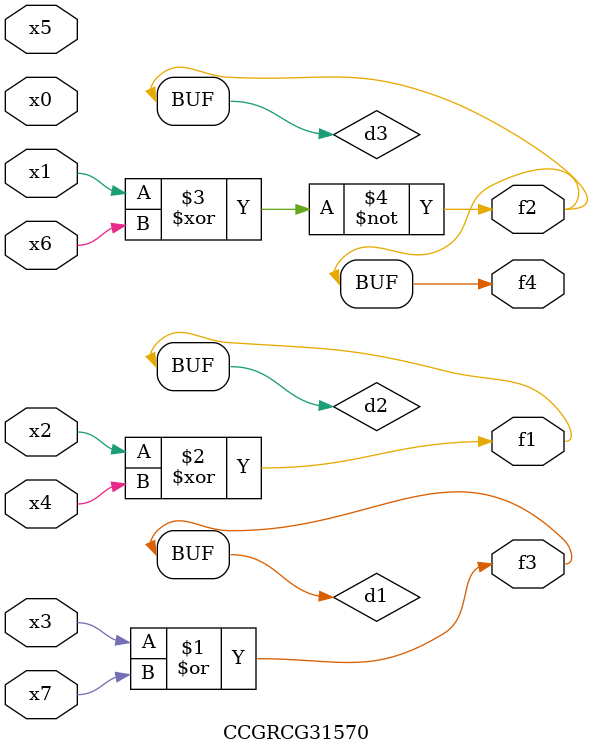
<source format=v>
module CCGRCG31570(
	input x0, x1, x2, x3, x4, x5, x6, x7,
	output f1, f2, f3, f4
);

	wire d1, d2, d3;

	or (d1, x3, x7);
	xor (d2, x2, x4);
	xnor (d3, x1, x6);
	assign f1 = d2;
	assign f2 = d3;
	assign f3 = d1;
	assign f4 = d3;
endmodule

</source>
